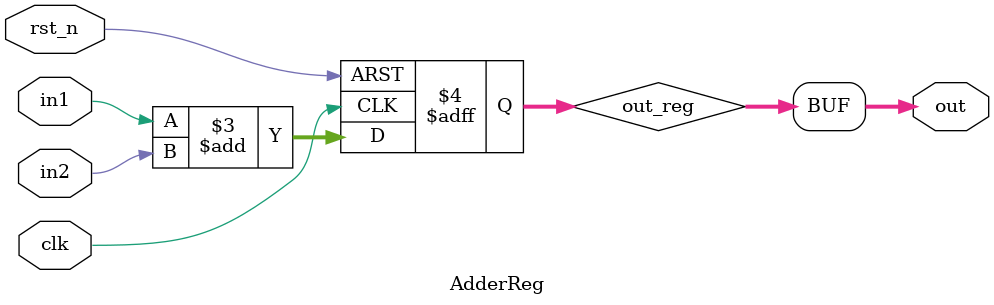
<source format=v>
module AdderReg (
	input        clk  ,
	input        rst_n,
	input        in1  ,
	input        in2  ,
	output [1:0] out  );

	//Wire define for this module.
	reg [1:0] out_reg;

	//Wire define for sub module.

	//Wire sub module connect to this module and inter module connect.
	assign out = out_reg;
	
	always @(posedge clk or negedge rst_n) begin
	    if(~rst_n) out_reg <= 2'b0;
	    else out_reg <= (in1 + in2);
	end
	

	//Wire this module connect to sub module.

	//module inst.

endmodule
</source>
